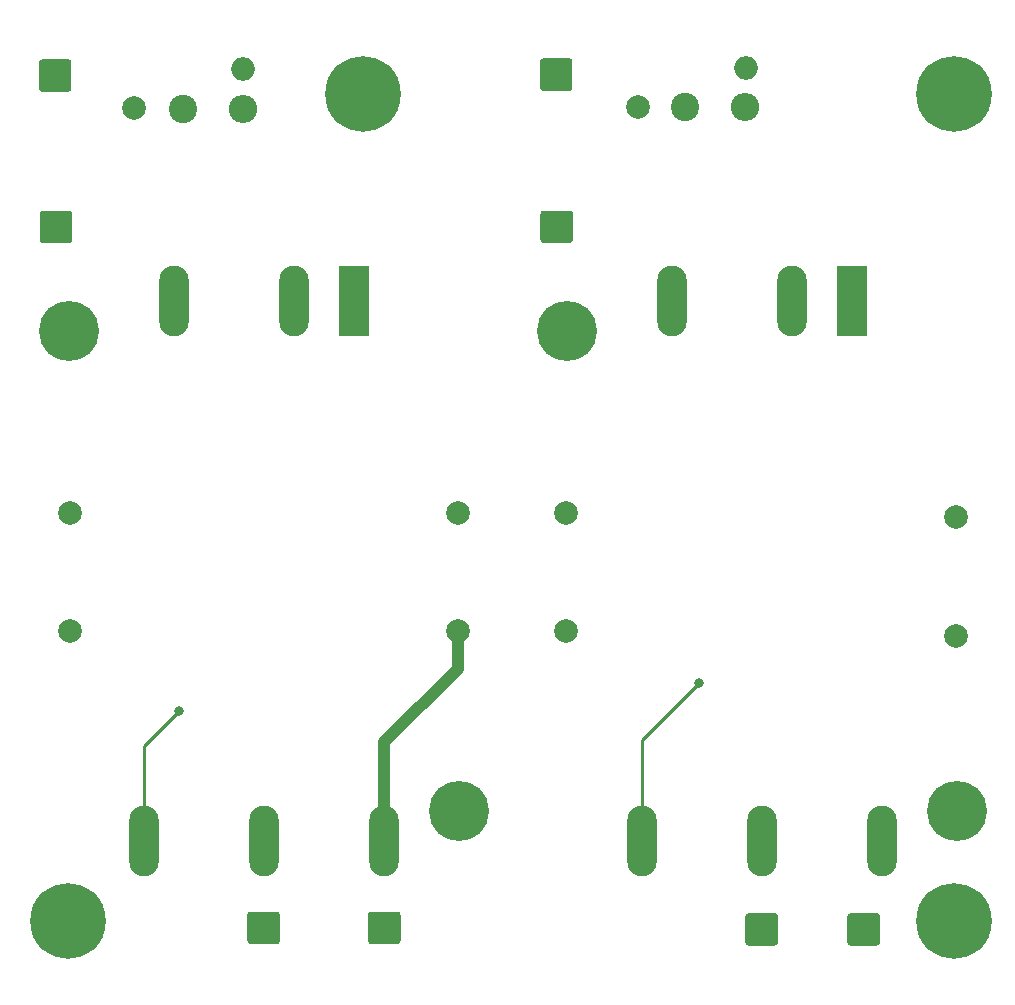
<source format=gbl>
G04 #@! TF.GenerationSoftware,KiCad,Pcbnew,5.1.6+dfsg1-1~bpo9+1*
G04 #@! TF.CreationDate,2022-05-29T17:42:38+02:00*
G04 #@! TF.ProjectId,sdrtrx-meanwell,73647274-7278-42d6-9d65-616e77656c6c,1*
G04 #@! TF.SameCoordinates,Original*
G04 #@! TF.FileFunction,Copper,L2,Bot*
G04 #@! TF.FilePolarity,Positive*
%FSLAX46Y46*%
G04 Gerber Fmt 4.6, Leading zero omitted, Abs format (unit mm)*
G04 Created by KiCad (PCBNEW 5.1.6+dfsg1-1~bpo9+1) date 2022-05-29 17:42:38*
%MOMM*%
%LPD*%
G01*
G04 APERTURE LIST*
G04 #@! TA.AperFunction,ComponentPad*
%ADD10C,2.000000*%
G04 #@! TD*
G04 #@! TA.AperFunction,ComponentPad*
%ADD11O,2.000000X2.000000*%
G04 #@! TD*
G04 #@! TA.AperFunction,ComponentPad*
%ADD12O,2.400000X2.400000*%
G04 #@! TD*
G04 #@! TA.AperFunction,ComponentPad*
%ADD13C,2.400000*%
G04 #@! TD*
G04 #@! TA.AperFunction,ComponentPad*
%ADD14C,5.080000*%
G04 #@! TD*
G04 #@! TA.AperFunction,ComponentPad*
%ADD15O,2.500000X6.000001*%
G04 #@! TD*
G04 #@! TA.AperFunction,ComponentPad*
%ADD16R,2.500000X6.000000*%
G04 #@! TD*
G04 #@! TA.AperFunction,ComponentPad*
%ADD17O,2.500000X6.000000*%
G04 #@! TD*
G04 #@! TA.AperFunction,ComponentPad*
%ADD18C,6.400000*%
G04 #@! TD*
G04 #@! TA.AperFunction,ViaPad*
%ADD19C,0.800000*%
G04 #@! TD*
G04 #@! TA.AperFunction,Conductor*
%ADD20C,1.016000*%
G04 #@! TD*
G04 #@! TA.AperFunction,Conductor*
%ADD21C,0.254000*%
G04 #@! TD*
G04 APERTURE END LIST*
D10*
X5200000Y39600000D03*
X5200000Y29600000D03*
X47200000Y39600000D03*
X47200000Y29600000D03*
X80200000Y39200000D03*
X80200000Y29200000D03*
X38000000Y29600000D03*
X38000000Y39600000D03*
D11*
X19850000Y77150000D03*
D10*
X10650000Y73850000D03*
D11*
X62461300Y77280001D03*
D10*
X53261300Y73980001D03*
D12*
X19880000Y73800000D03*
D13*
X14800000Y73800000D03*
D12*
X62348000Y73955600D03*
D13*
X57268000Y73955600D03*
G04 #@! TA.AperFunction,ComponentPad*
G36*
G01*
X45025000Y62674999D02*
X45025000Y64925001D01*
G75*
G02*
X45274999Y65175000I249999J0D01*
G01*
X47525001Y65175000D01*
G75*
G02*
X47775000Y64925001I0J-249999D01*
G01*
X47775000Y62674999D01*
G75*
G02*
X47525001Y62425000I-249999J0D01*
G01*
X45274999Y62425000D01*
G75*
G02*
X45025000Y62674999I0J249999D01*
G01*
G37*
G04 #@! TD.AperFunction*
G04 #@! TA.AperFunction,ComponentPad*
G36*
G01*
X44980000Y75555999D02*
X44980000Y77806001D01*
G75*
G02*
X45229999Y78056000I249999J0D01*
G01*
X47480001Y78056000D01*
G75*
G02*
X47730000Y77806001I0J-249999D01*
G01*
X47730000Y75555999D01*
G75*
G02*
X47480001Y75306000I-249999J0D01*
G01*
X45229999Y75306000D01*
G75*
G02*
X44980000Y75555999I0J249999D01*
G01*
G37*
G04 #@! TD.AperFunction*
D14*
X80264000Y14351000D03*
X47244000Y54991000D03*
D15*
X53594000Y11811000D03*
X73914000Y11811000D03*
D16*
X71374000Y57531000D03*
D17*
X66294000Y57531000D03*
D15*
X56134000Y57531000D03*
X63754000Y11811000D03*
D14*
X38100000Y14351000D03*
X5080000Y54991000D03*
D15*
X11430000Y11811000D03*
X31750000Y11811000D03*
D16*
X29210000Y57531000D03*
D17*
X24130000Y57531000D03*
D15*
X13970000Y57531000D03*
X21590000Y11811000D03*
G04 #@! TA.AperFunction,ComponentPad*
G36*
G01*
X20464999Y5820000D02*
X22715001Y5820000D01*
G75*
G02*
X22965000Y5570001I0J-249999D01*
G01*
X22965000Y3319999D01*
G75*
G02*
X22715001Y3070000I-249999J0D01*
G01*
X20464999Y3070000D01*
G75*
G02*
X20215000Y3319999I0J249999D01*
G01*
X20215000Y5570001D01*
G75*
G02*
X20464999Y5820000I249999J0D01*
G01*
G37*
G04 #@! TD.AperFunction*
G04 #@! TA.AperFunction,ComponentPad*
G36*
G01*
X30674999Y5820000D02*
X32925001Y5820000D01*
G75*
G02*
X33175000Y5570001I0J-249999D01*
G01*
X33175000Y3319999D01*
G75*
G02*
X32925001Y3070000I-249999J0D01*
G01*
X30674999Y3070000D01*
G75*
G02*
X30425000Y3319999I0J249999D01*
G01*
X30425000Y5570001D01*
G75*
G02*
X30674999Y5820000I249999J0D01*
G01*
G37*
G04 #@! TD.AperFunction*
G04 #@! TA.AperFunction,ComponentPad*
G36*
G01*
X62628999Y5693000D02*
X64879001Y5693000D01*
G75*
G02*
X65129000Y5443001I0J-249999D01*
G01*
X65129000Y3192999D01*
G75*
G02*
X64879001Y2943000I-249999J0D01*
G01*
X62628999Y2943000D01*
G75*
G02*
X62379000Y3192999I0J249999D01*
G01*
X62379000Y5443001D01*
G75*
G02*
X62628999Y5693000I249999J0D01*
G01*
G37*
G04 #@! TD.AperFunction*
G04 #@! TA.AperFunction,ComponentPad*
G36*
G01*
X71264999Y5693000D02*
X73515001Y5693000D01*
G75*
G02*
X73765000Y5443001I0J-249999D01*
G01*
X73765000Y3192999D01*
G75*
G02*
X73515001Y2943000I-249999J0D01*
G01*
X71264999Y2943000D01*
G75*
G02*
X71015000Y3192999I0J249999D01*
G01*
X71015000Y5443001D01*
G75*
G02*
X71264999Y5693000I249999J0D01*
G01*
G37*
G04 #@! TD.AperFunction*
G04 #@! TA.AperFunction,ComponentPad*
G36*
G01*
X5375000Y64925001D02*
X5375000Y62674999D01*
G75*
G02*
X5125001Y62425000I-249999J0D01*
G01*
X2874999Y62425000D01*
G75*
G02*
X2625000Y62674999I0J249999D01*
G01*
X2625000Y64925001D01*
G75*
G02*
X2874999Y65175000I249999J0D01*
G01*
X5125001Y65175000D01*
G75*
G02*
X5375000Y64925001I0J-249999D01*
G01*
G37*
G04 #@! TD.AperFunction*
G04 #@! TA.AperFunction,ComponentPad*
G36*
G01*
X5312000Y77725001D02*
X5312000Y75474999D01*
G75*
G02*
X5062001Y75225000I-249999J0D01*
G01*
X2811999Y75225000D01*
G75*
G02*
X2562000Y75474999I0J249999D01*
G01*
X2562000Y77725001D01*
G75*
G02*
X2811999Y77975000I249999J0D01*
G01*
X5062001Y77975000D01*
G75*
G02*
X5312000Y77725001I0J-249999D01*
G01*
G37*
G04 #@! TD.AperFunction*
D18*
X80000000Y75010000D03*
X80000000Y5010000D03*
X30000000Y75010000D03*
X5000000Y5010000D03*
D19*
X14400000Y22800000D03*
X58420000Y25220000D03*
D20*
X38000000Y29600000D02*
X38000000Y26400000D01*
X31750000Y20150000D02*
X31750000Y11811000D01*
X38000000Y26400000D02*
X31750000Y20150000D01*
D21*
X11430000Y19830000D02*
X11430000Y18970000D01*
X14400000Y22800000D02*
X11430000Y19830000D01*
X11430000Y18970000D02*
X11430000Y19430000D01*
X11430000Y11811000D02*
X11430000Y18970000D01*
X53594000Y20394000D02*
X58420000Y25220000D01*
X53594000Y11811000D02*
X53594000Y20394000D01*
M02*

</source>
